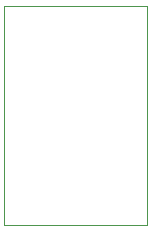
<source format=gm1>
G04 #@! TF.GenerationSoftware,KiCad,Pcbnew,5.1.2-1.fc30*
G04 #@! TF.CreationDate,2019-07-15T00:45:36+02:00*
G04 #@! TF.ProjectId,BadUSB,42616455-5342-42e6-9b69-6361645f7063,rev?*
G04 #@! TF.SameCoordinates,Original*
G04 #@! TF.FileFunction,Profile,NP*
%FSLAX46Y46*%
G04 Gerber Fmt 4.6, Leading zero omitted, Abs format (unit mm)*
G04 Created by KiCad (PCBNEW 5.1.2-1.fc30) date 2019-07-15 00:45:36*
%MOMM*%
%LPD*%
G04 APERTURE LIST*
%ADD10C,0.100000*%
G04 APERTURE END LIST*
D10*
X86420000Y-60830000D02*
X98490000Y-60810000D01*
X86420000Y-42300000D02*
X86420000Y-60830000D01*
X98490000Y-42300000D02*
X86420000Y-42300000D01*
X98490000Y-60810000D02*
X98490000Y-42300000D01*
M02*

</source>
